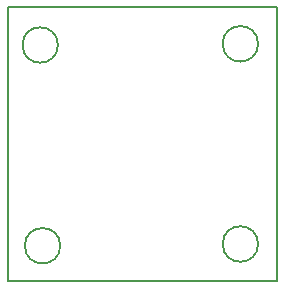
<source format=gbr>
G04 #@! TF.GenerationSoftware,KiCad,Pcbnew,5.0.1-33cea8e~68~ubuntu18.04.1*
G04 #@! TF.CreationDate,2018-11-06T10:20:57-05:00*
G04 #@! TF.ProjectId,beacon,626561636F6E2E6B696361645F706362,rev?*
G04 #@! TF.SameCoordinates,Original*
G04 #@! TF.FileFunction,Profile,NP*
%FSLAX46Y46*%
G04 Gerber Fmt 4.6, Leading zero omitted, Abs format (unit mm)*
G04 Created by KiCad (PCBNEW 5.0.1-33cea8e~68~ubuntu18.04.1) date Tue 06 Nov 2018 10:20:57 AM EST*
%MOMM*%
%LPD*%
G01*
G04 APERTURE LIST*
%ADD10C,0.150000*%
G04 APERTURE END LIST*
D10*
X111200000Y-74000000D02*
X134000000Y-74000000D01*
X111200000Y-75100000D02*
X111200000Y-74000000D01*
X134000000Y-75000000D02*
X134000000Y-74000000D01*
X111200000Y-97200000D02*
X111200000Y-75100000D01*
X134000000Y-97200000D02*
X111200000Y-97200000D01*
X134000000Y-75000000D02*
X134000000Y-97200000D01*
X115650000Y-94200000D02*
G75*
G03X115650000Y-94200000I-1500000J0D01*
G01*
X132400000Y-94050000D02*
G75*
G03X132400000Y-94050000I-1500000J0D01*
G01*
X132400000Y-77100000D02*
G75*
G03X132400000Y-77100000I-1500000J0D01*
G01*
X115450000Y-77200000D02*
G75*
G03X115450000Y-77200000I-1500000J0D01*
G01*
M02*

</source>
